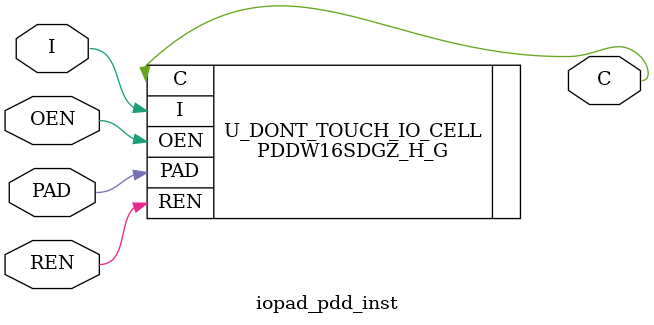
<source format=v>
module iopad_pdd_inst
(
    input   wire    I,
    input   wire    OEN,
    input   wire    REN,

    inout   wire    PAD,

    output  wire    C
);

    PDDW16SDGZ_H_G
    U_DONT_TOUCH_IO_CELL
    (
    .I   (I   ),
    .OEN (OEN ),
    .REN (REN ),
    .PAD (PAD ),
    .C   (C   )
    );

endmodule

</source>
